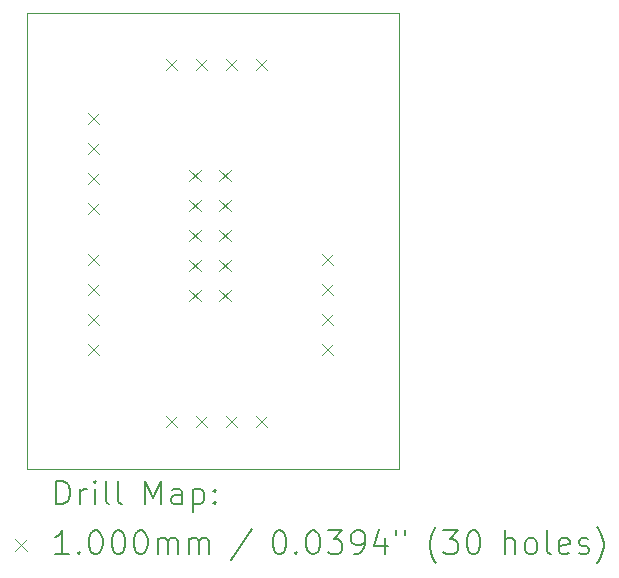
<source format=gbr>
%TF.GenerationSoftware,KiCad,Pcbnew,(7.0.0)*%
%TF.CreationDate,2023-10-26T14:35:31-04:00*%
%TF.ProjectId,RibbonBreakout,52696262-6f6e-4427-9265-616b6f75742e,rev?*%
%TF.SameCoordinates,Original*%
%TF.FileFunction,Drillmap*%
%TF.FilePolarity,Positive*%
%FSLAX45Y45*%
G04 Gerber Fmt 4.5, Leading zero omitted, Abs format (unit mm)*
G04 Created by KiCad (PCBNEW (7.0.0)) date 2023-10-26 14:35:31*
%MOMM*%
%LPD*%
G01*
G04 APERTURE LIST*
%ADD10C,0.050000*%
%ADD11C,0.200000*%
%ADD12C,0.100000*%
G04 APERTURE END LIST*
D10*
X13411200Y-7645400D02*
X16560800Y-7645400D01*
X16560800Y-7645400D02*
X16560800Y-11506200D01*
X16560800Y-11506200D02*
X13411200Y-11506200D01*
X13411200Y-11506200D02*
X13411200Y-7645400D01*
D11*
D12*
X13920000Y-8484400D02*
X14020000Y-8584400D01*
X14020000Y-8484400D02*
X13920000Y-8584400D01*
X13920000Y-8738400D02*
X14020000Y-8838400D01*
X14020000Y-8738400D02*
X13920000Y-8838400D01*
X13920000Y-8992400D02*
X14020000Y-9092400D01*
X14020000Y-8992400D02*
X13920000Y-9092400D01*
X13920000Y-9246400D02*
X14020000Y-9346400D01*
X14020000Y-9246400D02*
X13920000Y-9346400D01*
X13920000Y-9678200D02*
X14020000Y-9778200D01*
X14020000Y-9678200D02*
X13920000Y-9778200D01*
X13920000Y-9932200D02*
X14020000Y-10032200D01*
X14020000Y-9932200D02*
X13920000Y-10032200D01*
X13920000Y-10186200D02*
X14020000Y-10286200D01*
X14020000Y-10186200D02*
X13920000Y-10286200D01*
X13920000Y-10440200D02*
X14020000Y-10540200D01*
X14020000Y-10440200D02*
X13920000Y-10540200D01*
X14580400Y-8027200D02*
X14680400Y-8127200D01*
X14680400Y-8027200D02*
X14580400Y-8127200D01*
X14580400Y-11049800D02*
X14680400Y-11149800D01*
X14680400Y-11049800D02*
X14580400Y-11149800D01*
X14782650Y-8967000D02*
X14882650Y-9067000D01*
X14882650Y-8967000D02*
X14782650Y-9067000D01*
X14782650Y-9221000D02*
X14882650Y-9321000D01*
X14882650Y-9221000D02*
X14782650Y-9321000D01*
X14782650Y-9475000D02*
X14882650Y-9575000D01*
X14882650Y-9475000D02*
X14782650Y-9575000D01*
X14782650Y-9729000D02*
X14882650Y-9829000D01*
X14882650Y-9729000D02*
X14782650Y-9829000D01*
X14782650Y-9983000D02*
X14882650Y-10083000D01*
X14882650Y-9983000D02*
X14782650Y-10083000D01*
X14834400Y-8027200D02*
X14934400Y-8127200D01*
X14934400Y-8027200D02*
X14834400Y-8127200D01*
X14834400Y-11049800D02*
X14934400Y-11149800D01*
X14934400Y-11049800D02*
X14834400Y-11149800D01*
X15036650Y-8967000D02*
X15136650Y-9067000D01*
X15136650Y-8967000D02*
X15036650Y-9067000D01*
X15036650Y-9221000D02*
X15136650Y-9321000D01*
X15136650Y-9221000D02*
X15036650Y-9321000D01*
X15036650Y-9475000D02*
X15136650Y-9575000D01*
X15136650Y-9475000D02*
X15036650Y-9575000D01*
X15036650Y-9729000D02*
X15136650Y-9829000D01*
X15136650Y-9729000D02*
X15036650Y-9829000D01*
X15036650Y-9983000D02*
X15136650Y-10083000D01*
X15136650Y-9983000D02*
X15036650Y-10083000D01*
X15088400Y-8027200D02*
X15188400Y-8127200D01*
X15188400Y-8027200D02*
X15088400Y-8127200D01*
X15088400Y-11049800D02*
X15188400Y-11149800D01*
X15188400Y-11049800D02*
X15088400Y-11149800D01*
X15342400Y-8027200D02*
X15442400Y-8127200D01*
X15442400Y-8027200D02*
X15342400Y-8127200D01*
X15342400Y-11049800D02*
X15442400Y-11149800D01*
X15442400Y-11049800D02*
X15342400Y-11149800D01*
X15901200Y-9678200D02*
X16001200Y-9778200D01*
X16001200Y-9678200D02*
X15901200Y-9778200D01*
X15901200Y-9932200D02*
X16001200Y-10032200D01*
X16001200Y-9932200D02*
X15901200Y-10032200D01*
X15901200Y-10186200D02*
X16001200Y-10286200D01*
X16001200Y-10186200D02*
X15901200Y-10286200D01*
X15901200Y-10440200D02*
X16001200Y-10540200D01*
X16001200Y-10440200D02*
X15901200Y-10540200D01*
D11*
X13656319Y-11802176D02*
X13656319Y-11602176D01*
X13656319Y-11602176D02*
X13703938Y-11602176D01*
X13703938Y-11602176D02*
X13732509Y-11611700D01*
X13732509Y-11611700D02*
X13751557Y-11630748D01*
X13751557Y-11630748D02*
X13761081Y-11649795D01*
X13761081Y-11649795D02*
X13770605Y-11687890D01*
X13770605Y-11687890D02*
X13770605Y-11716462D01*
X13770605Y-11716462D02*
X13761081Y-11754557D01*
X13761081Y-11754557D02*
X13751557Y-11773605D01*
X13751557Y-11773605D02*
X13732509Y-11792652D01*
X13732509Y-11792652D02*
X13703938Y-11802176D01*
X13703938Y-11802176D02*
X13656319Y-11802176D01*
X13856319Y-11802176D02*
X13856319Y-11668843D01*
X13856319Y-11706938D02*
X13865843Y-11687890D01*
X13865843Y-11687890D02*
X13875367Y-11678367D01*
X13875367Y-11678367D02*
X13894414Y-11668843D01*
X13894414Y-11668843D02*
X13913462Y-11668843D01*
X13980128Y-11802176D02*
X13980128Y-11668843D01*
X13980128Y-11602176D02*
X13970605Y-11611700D01*
X13970605Y-11611700D02*
X13980128Y-11621224D01*
X13980128Y-11621224D02*
X13989652Y-11611700D01*
X13989652Y-11611700D02*
X13980128Y-11602176D01*
X13980128Y-11602176D02*
X13980128Y-11621224D01*
X14103938Y-11802176D02*
X14084890Y-11792652D01*
X14084890Y-11792652D02*
X14075367Y-11773605D01*
X14075367Y-11773605D02*
X14075367Y-11602176D01*
X14208700Y-11802176D02*
X14189652Y-11792652D01*
X14189652Y-11792652D02*
X14180128Y-11773605D01*
X14180128Y-11773605D02*
X14180128Y-11602176D01*
X14404890Y-11802176D02*
X14404890Y-11602176D01*
X14404890Y-11602176D02*
X14471557Y-11745033D01*
X14471557Y-11745033D02*
X14538224Y-11602176D01*
X14538224Y-11602176D02*
X14538224Y-11802176D01*
X14719176Y-11802176D02*
X14719176Y-11697414D01*
X14719176Y-11697414D02*
X14709652Y-11678367D01*
X14709652Y-11678367D02*
X14690605Y-11668843D01*
X14690605Y-11668843D02*
X14652509Y-11668843D01*
X14652509Y-11668843D02*
X14633462Y-11678367D01*
X14719176Y-11792652D02*
X14700128Y-11802176D01*
X14700128Y-11802176D02*
X14652509Y-11802176D01*
X14652509Y-11802176D02*
X14633462Y-11792652D01*
X14633462Y-11792652D02*
X14623938Y-11773605D01*
X14623938Y-11773605D02*
X14623938Y-11754557D01*
X14623938Y-11754557D02*
X14633462Y-11735509D01*
X14633462Y-11735509D02*
X14652509Y-11725986D01*
X14652509Y-11725986D02*
X14700128Y-11725986D01*
X14700128Y-11725986D02*
X14719176Y-11716462D01*
X14814414Y-11668843D02*
X14814414Y-11868843D01*
X14814414Y-11678367D02*
X14833462Y-11668843D01*
X14833462Y-11668843D02*
X14871557Y-11668843D01*
X14871557Y-11668843D02*
X14890605Y-11678367D01*
X14890605Y-11678367D02*
X14900128Y-11687890D01*
X14900128Y-11687890D02*
X14909652Y-11706938D01*
X14909652Y-11706938D02*
X14909652Y-11764081D01*
X14909652Y-11764081D02*
X14900128Y-11783128D01*
X14900128Y-11783128D02*
X14890605Y-11792652D01*
X14890605Y-11792652D02*
X14871557Y-11802176D01*
X14871557Y-11802176D02*
X14833462Y-11802176D01*
X14833462Y-11802176D02*
X14814414Y-11792652D01*
X14995367Y-11783128D02*
X15004890Y-11792652D01*
X15004890Y-11792652D02*
X14995367Y-11802176D01*
X14995367Y-11802176D02*
X14985843Y-11792652D01*
X14985843Y-11792652D02*
X14995367Y-11783128D01*
X14995367Y-11783128D02*
X14995367Y-11802176D01*
X14995367Y-11678367D02*
X15004890Y-11687890D01*
X15004890Y-11687890D02*
X14995367Y-11697414D01*
X14995367Y-11697414D02*
X14985843Y-11687890D01*
X14985843Y-11687890D02*
X14995367Y-11678367D01*
X14995367Y-11678367D02*
X14995367Y-11697414D01*
D12*
X13308700Y-12098700D02*
X13408700Y-12198700D01*
X13408700Y-12098700D02*
X13308700Y-12198700D01*
D11*
X13761081Y-12222176D02*
X13646795Y-12222176D01*
X13703938Y-12222176D02*
X13703938Y-12022176D01*
X13703938Y-12022176D02*
X13684890Y-12050748D01*
X13684890Y-12050748D02*
X13665843Y-12069795D01*
X13665843Y-12069795D02*
X13646795Y-12079319D01*
X13846795Y-12203128D02*
X13856319Y-12212652D01*
X13856319Y-12212652D02*
X13846795Y-12222176D01*
X13846795Y-12222176D02*
X13837271Y-12212652D01*
X13837271Y-12212652D02*
X13846795Y-12203128D01*
X13846795Y-12203128D02*
X13846795Y-12222176D01*
X13980128Y-12022176D02*
X13999176Y-12022176D01*
X13999176Y-12022176D02*
X14018224Y-12031700D01*
X14018224Y-12031700D02*
X14027748Y-12041224D01*
X14027748Y-12041224D02*
X14037271Y-12060271D01*
X14037271Y-12060271D02*
X14046795Y-12098367D01*
X14046795Y-12098367D02*
X14046795Y-12145986D01*
X14046795Y-12145986D02*
X14037271Y-12184081D01*
X14037271Y-12184081D02*
X14027748Y-12203128D01*
X14027748Y-12203128D02*
X14018224Y-12212652D01*
X14018224Y-12212652D02*
X13999176Y-12222176D01*
X13999176Y-12222176D02*
X13980128Y-12222176D01*
X13980128Y-12222176D02*
X13961081Y-12212652D01*
X13961081Y-12212652D02*
X13951557Y-12203128D01*
X13951557Y-12203128D02*
X13942033Y-12184081D01*
X13942033Y-12184081D02*
X13932509Y-12145986D01*
X13932509Y-12145986D02*
X13932509Y-12098367D01*
X13932509Y-12098367D02*
X13942033Y-12060271D01*
X13942033Y-12060271D02*
X13951557Y-12041224D01*
X13951557Y-12041224D02*
X13961081Y-12031700D01*
X13961081Y-12031700D02*
X13980128Y-12022176D01*
X14170605Y-12022176D02*
X14189652Y-12022176D01*
X14189652Y-12022176D02*
X14208700Y-12031700D01*
X14208700Y-12031700D02*
X14218224Y-12041224D01*
X14218224Y-12041224D02*
X14227748Y-12060271D01*
X14227748Y-12060271D02*
X14237271Y-12098367D01*
X14237271Y-12098367D02*
X14237271Y-12145986D01*
X14237271Y-12145986D02*
X14227748Y-12184081D01*
X14227748Y-12184081D02*
X14218224Y-12203128D01*
X14218224Y-12203128D02*
X14208700Y-12212652D01*
X14208700Y-12212652D02*
X14189652Y-12222176D01*
X14189652Y-12222176D02*
X14170605Y-12222176D01*
X14170605Y-12222176D02*
X14151557Y-12212652D01*
X14151557Y-12212652D02*
X14142033Y-12203128D01*
X14142033Y-12203128D02*
X14132509Y-12184081D01*
X14132509Y-12184081D02*
X14122986Y-12145986D01*
X14122986Y-12145986D02*
X14122986Y-12098367D01*
X14122986Y-12098367D02*
X14132509Y-12060271D01*
X14132509Y-12060271D02*
X14142033Y-12041224D01*
X14142033Y-12041224D02*
X14151557Y-12031700D01*
X14151557Y-12031700D02*
X14170605Y-12022176D01*
X14361081Y-12022176D02*
X14380129Y-12022176D01*
X14380129Y-12022176D02*
X14399176Y-12031700D01*
X14399176Y-12031700D02*
X14408700Y-12041224D01*
X14408700Y-12041224D02*
X14418224Y-12060271D01*
X14418224Y-12060271D02*
X14427748Y-12098367D01*
X14427748Y-12098367D02*
X14427748Y-12145986D01*
X14427748Y-12145986D02*
X14418224Y-12184081D01*
X14418224Y-12184081D02*
X14408700Y-12203128D01*
X14408700Y-12203128D02*
X14399176Y-12212652D01*
X14399176Y-12212652D02*
X14380129Y-12222176D01*
X14380129Y-12222176D02*
X14361081Y-12222176D01*
X14361081Y-12222176D02*
X14342033Y-12212652D01*
X14342033Y-12212652D02*
X14332509Y-12203128D01*
X14332509Y-12203128D02*
X14322986Y-12184081D01*
X14322986Y-12184081D02*
X14313462Y-12145986D01*
X14313462Y-12145986D02*
X14313462Y-12098367D01*
X14313462Y-12098367D02*
X14322986Y-12060271D01*
X14322986Y-12060271D02*
X14332509Y-12041224D01*
X14332509Y-12041224D02*
X14342033Y-12031700D01*
X14342033Y-12031700D02*
X14361081Y-12022176D01*
X14513462Y-12222176D02*
X14513462Y-12088843D01*
X14513462Y-12107890D02*
X14522986Y-12098367D01*
X14522986Y-12098367D02*
X14542033Y-12088843D01*
X14542033Y-12088843D02*
X14570605Y-12088843D01*
X14570605Y-12088843D02*
X14589652Y-12098367D01*
X14589652Y-12098367D02*
X14599176Y-12117414D01*
X14599176Y-12117414D02*
X14599176Y-12222176D01*
X14599176Y-12117414D02*
X14608700Y-12098367D01*
X14608700Y-12098367D02*
X14627748Y-12088843D01*
X14627748Y-12088843D02*
X14656319Y-12088843D01*
X14656319Y-12088843D02*
X14675367Y-12098367D01*
X14675367Y-12098367D02*
X14684890Y-12117414D01*
X14684890Y-12117414D02*
X14684890Y-12222176D01*
X14780129Y-12222176D02*
X14780129Y-12088843D01*
X14780129Y-12107890D02*
X14789652Y-12098367D01*
X14789652Y-12098367D02*
X14808700Y-12088843D01*
X14808700Y-12088843D02*
X14837271Y-12088843D01*
X14837271Y-12088843D02*
X14856319Y-12098367D01*
X14856319Y-12098367D02*
X14865843Y-12117414D01*
X14865843Y-12117414D02*
X14865843Y-12222176D01*
X14865843Y-12117414D02*
X14875367Y-12098367D01*
X14875367Y-12098367D02*
X14894414Y-12088843D01*
X14894414Y-12088843D02*
X14922986Y-12088843D01*
X14922986Y-12088843D02*
X14942033Y-12098367D01*
X14942033Y-12098367D02*
X14951557Y-12117414D01*
X14951557Y-12117414D02*
X14951557Y-12222176D01*
X15309652Y-12012652D02*
X15138224Y-12269795D01*
X15534414Y-12022176D02*
X15553462Y-12022176D01*
X15553462Y-12022176D02*
X15572510Y-12031700D01*
X15572510Y-12031700D02*
X15582033Y-12041224D01*
X15582033Y-12041224D02*
X15591557Y-12060271D01*
X15591557Y-12060271D02*
X15601081Y-12098367D01*
X15601081Y-12098367D02*
X15601081Y-12145986D01*
X15601081Y-12145986D02*
X15591557Y-12184081D01*
X15591557Y-12184081D02*
X15582033Y-12203128D01*
X15582033Y-12203128D02*
X15572510Y-12212652D01*
X15572510Y-12212652D02*
X15553462Y-12222176D01*
X15553462Y-12222176D02*
X15534414Y-12222176D01*
X15534414Y-12222176D02*
X15515367Y-12212652D01*
X15515367Y-12212652D02*
X15505843Y-12203128D01*
X15505843Y-12203128D02*
X15496319Y-12184081D01*
X15496319Y-12184081D02*
X15486795Y-12145986D01*
X15486795Y-12145986D02*
X15486795Y-12098367D01*
X15486795Y-12098367D02*
X15496319Y-12060271D01*
X15496319Y-12060271D02*
X15505843Y-12041224D01*
X15505843Y-12041224D02*
X15515367Y-12031700D01*
X15515367Y-12031700D02*
X15534414Y-12022176D01*
X15686795Y-12203128D02*
X15696319Y-12212652D01*
X15696319Y-12212652D02*
X15686795Y-12222176D01*
X15686795Y-12222176D02*
X15677271Y-12212652D01*
X15677271Y-12212652D02*
X15686795Y-12203128D01*
X15686795Y-12203128D02*
X15686795Y-12222176D01*
X15820129Y-12022176D02*
X15839176Y-12022176D01*
X15839176Y-12022176D02*
X15858224Y-12031700D01*
X15858224Y-12031700D02*
X15867748Y-12041224D01*
X15867748Y-12041224D02*
X15877271Y-12060271D01*
X15877271Y-12060271D02*
X15886795Y-12098367D01*
X15886795Y-12098367D02*
X15886795Y-12145986D01*
X15886795Y-12145986D02*
X15877271Y-12184081D01*
X15877271Y-12184081D02*
X15867748Y-12203128D01*
X15867748Y-12203128D02*
X15858224Y-12212652D01*
X15858224Y-12212652D02*
X15839176Y-12222176D01*
X15839176Y-12222176D02*
X15820129Y-12222176D01*
X15820129Y-12222176D02*
X15801081Y-12212652D01*
X15801081Y-12212652D02*
X15791557Y-12203128D01*
X15791557Y-12203128D02*
X15782033Y-12184081D01*
X15782033Y-12184081D02*
X15772510Y-12145986D01*
X15772510Y-12145986D02*
X15772510Y-12098367D01*
X15772510Y-12098367D02*
X15782033Y-12060271D01*
X15782033Y-12060271D02*
X15791557Y-12041224D01*
X15791557Y-12041224D02*
X15801081Y-12031700D01*
X15801081Y-12031700D02*
X15820129Y-12022176D01*
X15953462Y-12022176D02*
X16077271Y-12022176D01*
X16077271Y-12022176D02*
X16010605Y-12098367D01*
X16010605Y-12098367D02*
X16039176Y-12098367D01*
X16039176Y-12098367D02*
X16058224Y-12107890D01*
X16058224Y-12107890D02*
X16067748Y-12117414D01*
X16067748Y-12117414D02*
X16077271Y-12136462D01*
X16077271Y-12136462D02*
X16077271Y-12184081D01*
X16077271Y-12184081D02*
X16067748Y-12203128D01*
X16067748Y-12203128D02*
X16058224Y-12212652D01*
X16058224Y-12212652D02*
X16039176Y-12222176D01*
X16039176Y-12222176D02*
X15982033Y-12222176D01*
X15982033Y-12222176D02*
X15962986Y-12212652D01*
X15962986Y-12212652D02*
X15953462Y-12203128D01*
X16172510Y-12222176D02*
X16210605Y-12222176D01*
X16210605Y-12222176D02*
X16229652Y-12212652D01*
X16229652Y-12212652D02*
X16239176Y-12203128D01*
X16239176Y-12203128D02*
X16258224Y-12174557D01*
X16258224Y-12174557D02*
X16267748Y-12136462D01*
X16267748Y-12136462D02*
X16267748Y-12060271D01*
X16267748Y-12060271D02*
X16258224Y-12041224D01*
X16258224Y-12041224D02*
X16248700Y-12031700D01*
X16248700Y-12031700D02*
X16229652Y-12022176D01*
X16229652Y-12022176D02*
X16191557Y-12022176D01*
X16191557Y-12022176D02*
X16172510Y-12031700D01*
X16172510Y-12031700D02*
X16162986Y-12041224D01*
X16162986Y-12041224D02*
X16153462Y-12060271D01*
X16153462Y-12060271D02*
X16153462Y-12107890D01*
X16153462Y-12107890D02*
X16162986Y-12126938D01*
X16162986Y-12126938D02*
X16172510Y-12136462D01*
X16172510Y-12136462D02*
X16191557Y-12145986D01*
X16191557Y-12145986D02*
X16229652Y-12145986D01*
X16229652Y-12145986D02*
X16248700Y-12136462D01*
X16248700Y-12136462D02*
X16258224Y-12126938D01*
X16258224Y-12126938D02*
X16267748Y-12107890D01*
X16439176Y-12088843D02*
X16439176Y-12222176D01*
X16391557Y-12012652D02*
X16343938Y-12155509D01*
X16343938Y-12155509D02*
X16467748Y-12155509D01*
X16534414Y-12022176D02*
X16534414Y-12060271D01*
X16610605Y-12022176D02*
X16610605Y-12060271D01*
X16873462Y-12298367D02*
X16863938Y-12288843D01*
X16863938Y-12288843D02*
X16844891Y-12260271D01*
X16844891Y-12260271D02*
X16835367Y-12241224D01*
X16835367Y-12241224D02*
X16825843Y-12212652D01*
X16825843Y-12212652D02*
X16816319Y-12165033D01*
X16816319Y-12165033D02*
X16816319Y-12126938D01*
X16816319Y-12126938D02*
X16825843Y-12079319D01*
X16825843Y-12079319D02*
X16835367Y-12050748D01*
X16835367Y-12050748D02*
X16844891Y-12031700D01*
X16844891Y-12031700D02*
X16863938Y-12003128D01*
X16863938Y-12003128D02*
X16873462Y-11993605D01*
X16930605Y-12022176D02*
X17054414Y-12022176D01*
X17054414Y-12022176D02*
X16987748Y-12098367D01*
X16987748Y-12098367D02*
X17016319Y-12098367D01*
X17016319Y-12098367D02*
X17035367Y-12107890D01*
X17035367Y-12107890D02*
X17044891Y-12117414D01*
X17044891Y-12117414D02*
X17054414Y-12136462D01*
X17054414Y-12136462D02*
X17054414Y-12184081D01*
X17054414Y-12184081D02*
X17044891Y-12203128D01*
X17044891Y-12203128D02*
X17035367Y-12212652D01*
X17035367Y-12212652D02*
X17016319Y-12222176D01*
X17016319Y-12222176D02*
X16959176Y-12222176D01*
X16959176Y-12222176D02*
X16940129Y-12212652D01*
X16940129Y-12212652D02*
X16930605Y-12203128D01*
X17178224Y-12022176D02*
X17197272Y-12022176D01*
X17197272Y-12022176D02*
X17216319Y-12031700D01*
X17216319Y-12031700D02*
X17225843Y-12041224D01*
X17225843Y-12041224D02*
X17235367Y-12060271D01*
X17235367Y-12060271D02*
X17244891Y-12098367D01*
X17244891Y-12098367D02*
X17244891Y-12145986D01*
X17244891Y-12145986D02*
X17235367Y-12184081D01*
X17235367Y-12184081D02*
X17225843Y-12203128D01*
X17225843Y-12203128D02*
X17216319Y-12212652D01*
X17216319Y-12212652D02*
X17197272Y-12222176D01*
X17197272Y-12222176D02*
X17178224Y-12222176D01*
X17178224Y-12222176D02*
X17159176Y-12212652D01*
X17159176Y-12212652D02*
X17149653Y-12203128D01*
X17149653Y-12203128D02*
X17140129Y-12184081D01*
X17140129Y-12184081D02*
X17130605Y-12145986D01*
X17130605Y-12145986D02*
X17130605Y-12098367D01*
X17130605Y-12098367D02*
X17140129Y-12060271D01*
X17140129Y-12060271D02*
X17149653Y-12041224D01*
X17149653Y-12041224D02*
X17159176Y-12031700D01*
X17159176Y-12031700D02*
X17178224Y-12022176D01*
X17450605Y-12222176D02*
X17450605Y-12022176D01*
X17536319Y-12222176D02*
X17536319Y-12117414D01*
X17536319Y-12117414D02*
X17526795Y-12098367D01*
X17526795Y-12098367D02*
X17507748Y-12088843D01*
X17507748Y-12088843D02*
X17479176Y-12088843D01*
X17479176Y-12088843D02*
X17460129Y-12098367D01*
X17460129Y-12098367D02*
X17450605Y-12107890D01*
X17660129Y-12222176D02*
X17641081Y-12212652D01*
X17641081Y-12212652D02*
X17631557Y-12203128D01*
X17631557Y-12203128D02*
X17622034Y-12184081D01*
X17622034Y-12184081D02*
X17622034Y-12126938D01*
X17622034Y-12126938D02*
X17631557Y-12107890D01*
X17631557Y-12107890D02*
X17641081Y-12098367D01*
X17641081Y-12098367D02*
X17660129Y-12088843D01*
X17660129Y-12088843D02*
X17688700Y-12088843D01*
X17688700Y-12088843D02*
X17707748Y-12098367D01*
X17707748Y-12098367D02*
X17717272Y-12107890D01*
X17717272Y-12107890D02*
X17726795Y-12126938D01*
X17726795Y-12126938D02*
X17726795Y-12184081D01*
X17726795Y-12184081D02*
X17717272Y-12203128D01*
X17717272Y-12203128D02*
X17707748Y-12212652D01*
X17707748Y-12212652D02*
X17688700Y-12222176D01*
X17688700Y-12222176D02*
X17660129Y-12222176D01*
X17841081Y-12222176D02*
X17822034Y-12212652D01*
X17822034Y-12212652D02*
X17812510Y-12193605D01*
X17812510Y-12193605D02*
X17812510Y-12022176D01*
X17993462Y-12212652D02*
X17974415Y-12222176D01*
X17974415Y-12222176D02*
X17936319Y-12222176D01*
X17936319Y-12222176D02*
X17917272Y-12212652D01*
X17917272Y-12212652D02*
X17907748Y-12193605D01*
X17907748Y-12193605D02*
X17907748Y-12117414D01*
X17907748Y-12117414D02*
X17917272Y-12098367D01*
X17917272Y-12098367D02*
X17936319Y-12088843D01*
X17936319Y-12088843D02*
X17974415Y-12088843D01*
X17974415Y-12088843D02*
X17993462Y-12098367D01*
X17993462Y-12098367D02*
X18002986Y-12117414D01*
X18002986Y-12117414D02*
X18002986Y-12136462D01*
X18002986Y-12136462D02*
X17907748Y-12155509D01*
X18079176Y-12212652D02*
X18098224Y-12222176D01*
X18098224Y-12222176D02*
X18136319Y-12222176D01*
X18136319Y-12222176D02*
X18155367Y-12212652D01*
X18155367Y-12212652D02*
X18164891Y-12193605D01*
X18164891Y-12193605D02*
X18164891Y-12184081D01*
X18164891Y-12184081D02*
X18155367Y-12165033D01*
X18155367Y-12165033D02*
X18136319Y-12155509D01*
X18136319Y-12155509D02*
X18107748Y-12155509D01*
X18107748Y-12155509D02*
X18088700Y-12145986D01*
X18088700Y-12145986D02*
X18079176Y-12126938D01*
X18079176Y-12126938D02*
X18079176Y-12117414D01*
X18079176Y-12117414D02*
X18088700Y-12098367D01*
X18088700Y-12098367D02*
X18107748Y-12088843D01*
X18107748Y-12088843D02*
X18136319Y-12088843D01*
X18136319Y-12088843D02*
X18155367Y-12098367D01*
X18231557Y-12298367D02*
X18241081Y-12288843D01*
X18241081Y-12288843D02*
X18260129Y-12260271D01*
X18260129Y-12260271D02*
X18269653Y-12241224D01*
X18269653Y-12241224D02*
X18279176Y-12212652D01*
X18279176Y-12212652D02*
X18288700Y-12165033D01*
X18288700Y-12165033D02*
X18288700Y-12126938D01*
X18288700Y-12126938D02*
X18279176Y-12079319D01*
X18279176Y-12079319D02*
X18269653Y-12050748D01*
X18269653Y-12050748D02*
X18260129Y-12031700D01*
X18260129Y-12031700D02*
X18241081Y-12003128D01*
X18241081Y-12003128D02*
X18231557Y-11993605D01*
M02*

</source>
